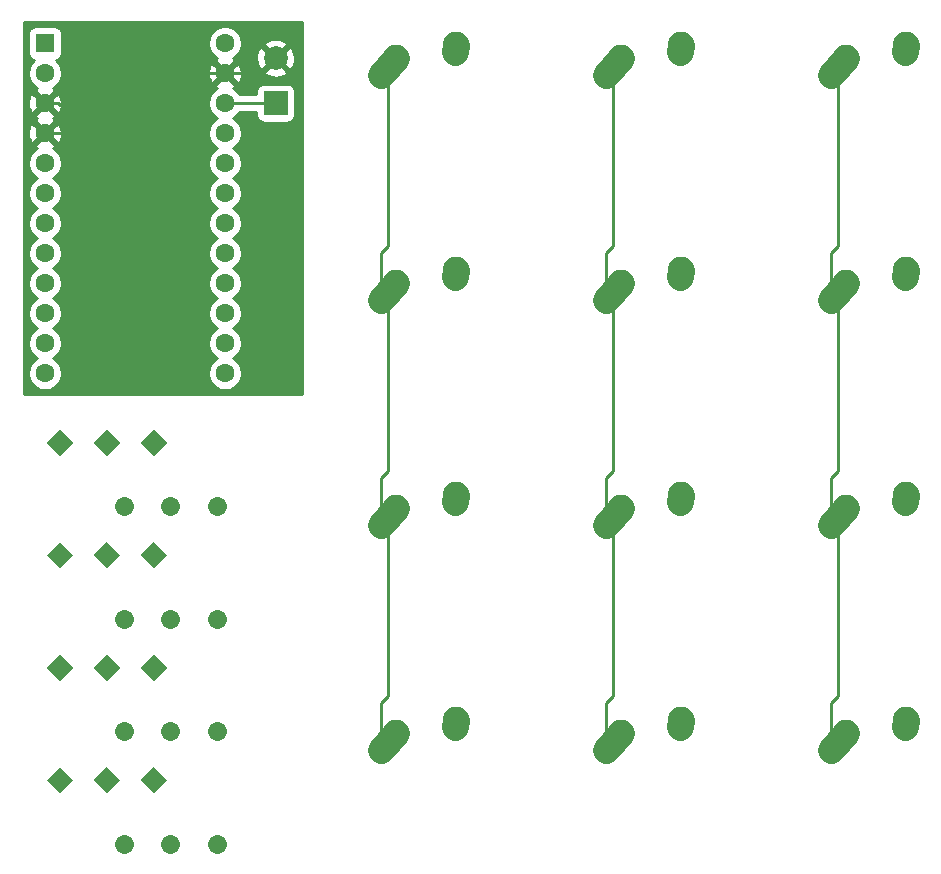
<source format=gbr>
G04 #@! TF.GenerationSoftware,KiCad,Pcbnew,(5.1.5)-3*
G04 #@! TF.CreationDate,2020-05-01T19:28:23-04:00*
G04 #@! TF.ProjectId,BookerBoard,426f6f6b-6572-4426-9f61-72642e6b6963,rev?*
G04 #@! TF.SameCoordinates,Original*
G04 #@! TF.FileFunction,Copper,L2,Bot*
G04 #@! TF.FilePolarity,Positive*
%FSLAX46Y46*%
G04 Gerber Fmt 4.6, Leading zero omitted, Abs format (unit mm)*
G04 Created by KiCad (PCBNEW (5.1.5)-3) date 2020-05-01 19:28:23*
%MOMM*%
%LPD*%
G04 APERTURE LIST*
%ADD10C,1.600000*%
%ADD11C,0.100000*%
%ADD12C,1.600000*%
%ADD13R,1.600000X1.600000*%
%ADD14C,2.250000*%
%ADD15C,2.250000*%
%ADD16C,1.998980*%
%ADD17R,1.998980X1.998980*%
%ADD18C,0.250000*%
%ADD19C,0.254000*%
G04 APERTURE END LIST*
D10*
X72856904Y-107781904D02*
X72856904Y-107781904D01*
G04 #@! TA.AperFunction,ComponentPad*
D11*
G36*
X66337379Y-102393750D02*
G01*
X67468750Y-101262379D01*
X68600121Y-102393750D01*
X67468750Y-103525121D01*
X66337379Y-102393750D01*
G37*
G04 #@! TD.AperFunction*
D12*
X73501250Y-40005000D03*
X73501250Y-42545000D03*
X73501250Y-45085000D03*
X73501250Y-47625000D03*
X73501250Y-50165000D03*
X73501250Y-52705000D03*
X73501250Y-55245000D03*
X73501250Y-57785000D03*
X73501250Y-60325000D03*
X73501250Y-62865000D03*
X73501250Y-65405000D03*
X73501250Y-67945000D03*
X58261250Y-67945000D03*
X58261250Y-65405000D03*
X58261250Y-62865000D03*
X58261250Y-60325000D03*
X58261250Y-57785000D03*
X58261250Y-55245000D03*
X58261250Y-52705000D03*
X58261250Y-50165000D03*
X58261250Y-47625000D03*
X58261250Y-45085000D03*
X58261250Y-42545000D03*
D13*
X58261250Y-40005000D03*
D14*
X126087500Y-98393750D03*
D15*
X124777500Y-99853750D02*
X126087502Y-98393750D01*
D14*
X131127500Y-97313750D03*
D15*
X131087500Y-97893750D02*
X131127500Y-97313750D01*
D14*
X126087500Y-79343750D03*
D15*
X124777500Y-80803750D02*
X126087502Y-79343750D01*
D14*
X131127500Y-78263750D03*
D15*
X131087500Y-78843750D02*
X131127500Y-78263750D01*
D14*
X126087500Y-60293750D03*
D15*
X124777500Y-61753750D02*
X126087502Y-60293750D01*
D14*
X131127500Y-59213750D03*
D15*
X131087500Y-59793750D02*
X131127500Y-59213750D01*
D14*
X126087500Y-41243750D03*
D15*
X124777500Y-42703750D02*
X126087502Y-41243750D01*
D14*
X131127500Y-40163750D03*
D15*
X131087500Y-40743750D02*
X131127500Y-40163750D01*
D14*
X107037500Y-98393750D03*
D15*
X105727500Y-99853750D02*
X107037502Y-98393750D01*
D14*
X112077500Y-97313750D03*
D15*
X112037500Y-97893750D02*
X112077500Y-97313750D01*
D14*
X107037500Y-79343750D03*
D15*
X105727500Y-80803750D02*
X107037502Y-79343750D01*
D14*
X112077500Y-78263750D03*
D15*
X112037500Y-78843750D02*
X112077500Y-78263750D01*
D14*
X107037500Y-60293750D03*
D15*
X105727500Y-61753750D02*
X107037502Y-60293750D01*
D14*
X112077500Y-59213750D03*
D15*
X112037500Y-59793750D02*
X112077500Y-59213750D01*
D14*
X107037500Y-41243750D03*
D15*
X105727500Y-42703750D02*
X107037502Y-41243750D01*
D14*
X112077500Y-40163750D03*
D15*
X112037500Y-40743750D02*
X112077500Y-40163750D01*
D14*
X87987500Y-98393750D03*
D15*
X86677500Y-99853750D02*
X87987502Y-98393750D01*
D14*
X93027500Y-97313750D03*
D15*
X92987500Y-97893750D02*
X93027500Y-97313750D01*
D14*
X87987500Y-79343750D03*
D15*
X86677500Y-80803750D02*
X87987502Y-79343750D01*
D14*
X93027500Y-78263750D03*
D15*
X92987500Y-78843750D02*
X93027500Y-78263750D01*
D14*
X87987500Y-60293750D03*
D15*
X86677500Y-61753750D02*
X87987502Y-60293750D01*
D14*
X93027500Y-59213750D03*
D15*
X92987500Y-59793750D02*
X93027500Y-59213750D01*
D14*
X87987500Y-41243750D03*
D15*
X86677500Y-42703750D02*
X87987502Y-41243750D01*
D14*
X93027500Y-40163750D03*
D15*
X92987500Y-40743750D02*
X93027500Y-40163750D01*
D16*
X77787500Y-41275000D03*
D17*
X77787500Y-45085000D03*
D10*
X72856904Y-98256904D02*
X72856904Y-98256904D01*
G04 #@! TA.AperFunction,ComponentPad*
D11*
G36*
X66337379Y-92868750D02*
G01*
X67468750Y-91737379D01*
X68600121Y-92868750D01*
X67468750Y-94000121D01*
X66337379Y-92868750D01*
G37*
G04 #@! TD.AperFunction*
D10*
X72856904Y-88731904D02*
X72856904Y-88731904D01*
G04 #@! TA.AperFunction,ComponentPad*
D11*
G36*
X66337379Y-83343750D02*
G01*
X67468750Y-82212379D01*
X68600121Y-83343750D01*
X67468750Y-84475121D01*
X66337379Y-83343750D01*
G37*
G04 #@! TD.AperFunction*
D10*
X72856904Y-79206904D02*
X72856904Y-79206904D01*
G04 #@! TA.AperFunction,ComponentPad*
D11*
G36*
X66337379Y-73818750D02*
G01*
X67468750Y-72687379D01*
X68600121Y-73818750D01*
X67468750Y-74950121D01*
X66337379Y-73818750D01*
G37*
G04 #@! TD.AperFunction*
D10*
X68888154Y-107781904D02*
X68888154Y-107781904D01*
G04 #@! TA.AperFunction,ComponentPad*
D11*
G36*
X62368629Y-102393750D02*
G01*
X63500000Y-101262379D01*
X64631371Y-102393750D01*
X63500000Y-103525121D01*
X62368629Y-102393750D01*
G37*
G04 #@! TD.AperFunction*
D10*
X68888154Y-98256904D02*
X68888154Y-98256904D01*
G04 #@! TA.AperFunction,ComponentPad*
D11*
G36*
X62368629Y-92868750D02*
G01*
X63500000Y-91737379D01*
X64631371Y-92868750D01*
X63500000Y-94000121D01*
X62368629Y-92868750D01*
G37*
G04 #@! TD.AperFunction*
D10*
X68888154Y-88731904D02*
X68888154Y-88731904D01*
G04 #@! TA.AperFunction,ComponentPad*
D11*
G36*
X62368629Y-83343750D02*
G01*
X63500000Y-82212379D01*
X64631371Y-83343750D01*
X63500000Y-84475121D01*
X62368629Y-83343750D01*
G37*
G04 #@! TD.AperFunction*
D10*
X68888154Y-79206904D02*
X68888154Y-79206904D01*
G04 #@! TA.AperFunction,ComponentPad*
D11*
G36*
X62368629Y-73818750D02*
G01*
X63500000Y-72687379D01*
X64631371Y-73818750D01*
X63500000Y-74950121D01*
X62368629Y-73818750D01*
G37*
G04 #@! TD.AperFunction*
D10*
X64919404Y-107781904D02*
X64919404Y-107781904D01*
G04 #@! TA.AperFunction,ComponentPad*
D11*
G36*
X58399879Y-102393750D02*
G01*
X59531250Y-101262379D01*
X60662621Y-102393750D01*
X59531250Y-103525121D01*
X58399879Y-102393750D01*
G37*
G04 #@! TD.AperFunction*
D10*
X64919404Y-98256904D02*
X64919404Y-98256904D01*
G04 #@! TA.AperFunction,ComponentPad*
D11*
G36*
X58399879Y-92868750D02*
G01*
X59531250Y-91737379D01*
X60662621Y-92868750D01*
X59531250Y-94000121D01*
X58399879Y-92868750D01*
G37*
G04 #@! TD.AperFunction*
D10*
X64919404Y-88731904D02*
X64919404Y-88731904D01*
G04 #@! TA.AperFunction,ComponentPad*
D11*
G36*
X58399879Y-83343750D02*
G01*
X59531250Y-82212379D01*
X60662621Y-83343750D01*
X59531250Y-84475121D01*
X58399879Y-83343750D01*
G37*
G04 #@! TD.AperFunction*
G04 #@! TA.AperFunction,ComponentPad*
G36*
X58399879Y-73818750D02*
G01*
X59531250Y-72687379D01*
X60662621Y-73818750D01*
X59531250Y-74950121D01*
X58399879Y-73818750D01*
G37*
G04 #@! TD.AperFunction*
D10*
X64919404Y-79206904D02*
X64919404Y-79206904D01*
D18*
X64919404Y-79206904D02*
X64919404Y-78749346D01*
X64919404Y-88731904D02*
X65255596Y-88731904D01*
X64919404Y-98256904D02*
X65255596Y-98256904D01*
X68888154Y-98256904D02*
X69224346Y-98256904D01*
X131762500Y-41418750D02*
X131087500Y-40743750D01*
X59392620Y-45085000D02*
X59531250Y-45223630D01*
X58261250Y-45085000D02*
X59392620Y-45085000D01*
X59531250Y-45223630D02*
X66654880Y-45223630D01*
X69333510Y-42545000D02*
X73501250Y-42545000D01*
X66654880Y-45223630D02*
X69333510Y-42545000D01*
X76517500Y-42545000D02*
X77787500Y-41275000D01*
X73501250Y-42545000D02*
X76517500Y-42545000D01*
X64293750Y-47625000D02*
X58261250Y-47625000D01*
X66654880Y-45263870D02*
X64293750Y-47625000D01*
X73501250Y-45085000D02*
X77787500Y-45085000D01*
X87312500Y-62388750D02*
X86677500Y-61753750D01*
X86677500Y-80803750D02*
X86677500Y-76835000D01*
X87312500Y-76200000D02*
X87312500Y-62388750D01*
X86677500Y-76835000D02*
X87312500Y-76200000D01*
X87312500Y-81438750D02*
X86677500Y-80803750D01*
X87312500Y-95250000D02*
X87312500Y-81438750D01*
X86677500Y-99853750D02*
X86677500Y-95885000D01*
X86677500Y-95885000D02*
X87312500Y-95250000D01*
X87312500Y-43338750D02*
X86677500Y-42703750D01*
X87312500Y-57150000D02*
X87312500Y-43338750D01*
X86677500Y-61753750D02*
X86677500Y-57785000D01*
X86677500Y-57785000D02*
X87312500Y-57150000D01*
X106362500Y-62388750D02*
X105727500Y-61753750D01*
X106362500Y-76200000D02*
X106362500Y-62388750D01*
X105727500Y-80803750D02*
X105727500Y-76835000D01*
X105727500Y-76835000D02*
X106362500Y-76200000D01*
X106362500Y-81438750D02*
X105727500Y-80803750D01*
X106362500Y-95250000D02*
X106362500Y-81438750D01*
X105727500Y-99853750D02*
X105727500Y-95885000D01*
X105727500Y-95885000D02*
X106362500Y-95250000D01*
X106362500Y-43338750D02*
X105727500Y-42703750D01*
X105727500Y-61753750D02*
X105727500Y-57785000D01*
X106362500Y-57150000D02*
X106362500Y-43338750D01*
X105727500Y-57785000D02*
X106362500Y-57150000D01*
X125412500Y-62388750D02*
X124777500Y-61753750D01*
X124777500Y-80803750D02*
X124777500Y-76835000D01*
X125412500Y-76200000D02*
X125412500Y-62388750D01*
X124777500Y-76835000D02*
X125412500Y-76200000D01*
X125412500Y-81438750D02*
X124777500Y-80803750D01*
X125412500Y-95250000D02*
X125412500Y-81438750D01*
X124777500Y-99853750D02*
X124777500Y-95885000D01*
X124777500Y-95885000D02*
X125412500Y-95250000D01*
X125412500Y-43338750D02*
X124777500Y-42703750D01*
X125412500Y-57150000D02*
X125412500Y-43338750D01*
X124777500Y-61753750D02*
X124777500Y-57785000D01*
X124777500Y-57785000D02*
X125412500Y-57150000D01*
D19*
G36*
X80041750Y-69723000D02*
G01*
X56483250Y-69723000D01*
X56483250Y-50023665D01*
X56826250Y-50023665D01*
X56826250Y-50306335D01*
X56881397Y-50583574D01*
X56989570Y-50844727D01*
X57146613Y-51079759D01*
X57346491Y-51279637D01*
X57579009Y-51435000D01*
X57346491Y-51590363D01*
X57146613Y-51790241D01*
X56989570Y-52025273D01*
X56881397Y-52286426D01*
X56826250Y-52563665D01*
X56826250Y-52846335D01*
X56881397Y-53123574D01*
X56989570Y-53384727D01*
X57146613Y-53619759D01*
X57346491Y-53819637D01*
X57579009Y-53975000D01*
X57346491Y-54130363D01*
X57146613Y-54330241D01*
X56989570Y-54565273D01*
X56881397Y-54826426D01*
X56826250Y-55103665D01*
X56826250Y-55386335D01*
X56881397Y-55663574D01*
X56989570Y-55924727D01*
X57146613Y-56159759D01*
X57346491Y-56359637D01*
X57579009Y-56515000D01*
X57346491Y-56670363D01*
X57146613Y-56870241D01*
X56989570Y-57105273D01*
X56881397Y-57366426D01*
X56826250Y-57643665D01*
X56826250Y-57926335D01*
X56881397Y-58203574D01*
X56989570Y-58464727D01*
X57146613Y-58699759D01*
X57346491Y-58899637D01*
X57579009Y-59055000D01*
X57346491Y-59210363D01*
X57146613Y-59410241D01*
X56989570Y-59645273D01*
X56881397Y-59906426D01*
X56826250Y-60183665D01*
X56826250Y-60466335D01*
X56881397Y-60743574D01*
X56989570Y-61004727D01*
X57146613Y-61239759D01*
X57346491Y-61439637D01*
X57579009Y-61595000D01*
X57346491Y-61750363D01*
X57146613Y-61950241D01*
X56989570Y-62185273D01*
X56881397Y-62446426D01*
X56826250Y-62723665D01*
X56826250Y-63006335D01*
X56881397Y-63283574D01*
X56989570Y-63544727D01*
X57146613Y-63779759D01*
X57346491Y-63979637D01*
X57579009Y-64135000D01*
X57346491Y-64290363D01*
X57146613Y-64490241D01*
X56989570Y-64725273D01*
X56881397Y-64986426D01*
X56826250Y-65263665D01*
X56826250Y-65546335D01*
X56881397Y-65823574D01*
X56989570Y-66084727D01*
X57146613Y-66319759D01*
X57346491Y-66519637D01*
X57579009Y-66675000D01*
X57346491Y-66830363D01*
X57146613Y-67030241D01*
X56989570Y-67265273D01*
X56881397Y-67526426D01*
X56826250Y-67803665D01*
X56826250Y-68086335D01*
X56881397Y-68363574D01*
X56989570Y-68624727D01*
X57146613Y-68859759D01*
X57346491Y-69059637D01*
X57581523Y-69216680D01*
X57842676Y-69324853D01*
X58119915Y-69380000D01*
X58402585Y-69380000D01*
X58679824Y-69324853D01*
X58940977Y-69216680D01*
X59176009Y-69059637D01*
X59375887Y-68859759D01*
X59532930Y-68624727D01*
X59641103Y-68363574D01*
X59696250Y-68086335D01*
X59696250Y-67803665D01*
X59641103Y-67526426D01*
X59532930Y-67265273D01*
X59375887Y-67030241D01*
X59176009Y-66830363D01*
X58943491Y-66675000D01*
X59176009Y-66519637D01*
X59375887Y-66319759D01*
X59532930Y-66084727D01*
X59641103Y-65823574D01*
X59696250Y-65546335D01*
X59696250Y-65263665D01*
X59641103Y-64986426D01*
X59532930Y-64725273D01*
X59375887Y-64490241D01*
X59176009Y-64290363D01*
X58943491Y-64135000D01*
X59176009Y-63979637D01*
X59375887Y-63779759D01*
X59532930Y-63544727D01*
X59641103Y-63283574D01*
X59696250Y-63006335D01*
X59696250Y-62723665D01*
X59641103Y-62446426D01*
X59532930Y-62185273D01*
X59375887Y-61950241D01*
X59176009Y-61750363D01*
X58943491Y-61595000D01*
X59176009Y-61439637D01*
X59375887Y-61239759D01*
X59532930Y-61004727D01*
X59641103Y-60743574D01*
X59696250Y-60466335D01*
X59696250Y-60183665D01*
X59641103Y-59906426D01*
X59532930Y-59645273D01*
X59375887Y-59410241D01*
X59176009Y-59210363D01*
X58943491Y-59055000D01*
X59176009Y-58899637D01*
X59375887Y-58699759D01*
X59532930Y-58464727D01*
X59641103Y-58203574D01*
X59696250Y-57926335D01*
X59696250Y-57643665D01*
X59641103Y-57366426D01*
X59532930Y-57105273D01*
X59375887Y-56870241D01*
X59176009Y-56670363D01*
X58943491Y-56515000D01*
X59176009Y-56359637D01*
X59375887Y-56159759D01*
X59532930Y-55924727D01*
X59641103Y-55663574D01*
X59696250Y-55386335D01*
X59696250Y-55103665D01*
X59641103Y-54826426D01*
X59532930Y-54565273D01*
X59375887Y-54330241D01*
X59176009Y-54130363D01*
X58943491Y-53975000D01*
X59176009Y-53819637D01*
X59375887Y-53619759D01*
X59532930Y-53384727D01*
X59641103Y-53123574D01*
X59696250Y-52846335D01*
X59696250Y-52563665D01*
X59641103Y-52286426D01*
X59532930Y-52025273D01*
X59375887Y-51790241D01*
X59176009Y-51590363D01*
X58943491Y-51435000D01*
X59176009Y-51279637D01*
X59375887Y-51079759D01*
X59532930Y-50844727D01*
X59641103Y-50583574D01*
X59696250Y-50306335D01*
X59696250Y-50023665D01*
X59641103Y-49746426D01*
X59532930Y-49485273D01*
X59375887Y-49250241D01*
X59176009Y-49050363D01*
X58942122Y-48894085D01*
X59002764Y-48861671D01*
X59074347Y-48617702D01*
X58261250Y-47804605D01*
X57448153Y-48617702D01*
X57519736Y-48861671D01*
X57584242Y-48892194D01*
X57581523Y-48893320D01*
X57346491Y-49050363D01*
X57146613Y-49250241D01*
X56989570Y-49485273D01*
X56881397Y-49746426D01*
X56826250Y-50023665D01*
X56483250Y-50023665D01*
X56483250Y-47695512D01*
X56821033Y-47695512D01*
X56862463Y-47975130D01*
X56957647Y-48241292D01*
X57024579Y-48366514D01*
X57268548Y-48438097D01*
X58081645Y-47625000D01*
X58440855Y-47625000D01*
X59253952Y-48438097D01*
X59497921Y-48366514D01*
X59618821Y-48111004D01*
X59687550Y-47836816D01*
X59701467Y-47554488D01*
X59660037Y-47274870D01*
X59564853Y-47008708D01*
X59497921Y-46883486D01*
X59253952Y-46811903D01*
X58440855Y-47625000D01*
X58081645Y-47625000D01*
X57268548Y-46811903D01*
X57024579Y-46883486D01*
X56903679Y-47138996D01*
X56834950Y-47413184D01*
X56821033Y-47695512D01*
X56483250Y-47695512D01*
X56483250Y-46077702D01*
X57448153Y-46077702D01*
X57519736Y-46321671D01*
X57585886Y-46352971D01*
X57519736Y-46388329D01*
X57448153Y-46632298D01*
X58261250Y-47445395D01*
X59074347Y-46632298D01*
X59002764Y-46388329D01*
X58936614Y-46357029D01*
X59002764Y-46321671D01*
X59074347Y-46077702D01*
X58261250Y-45264605D01*
X57448153Y-46077702D01*
X56483250Y-46077702D01*
X56483250Y-45155512D01*
X56821033Y-45155512D01*
X56862463Y-45435130D01*
X56957647Y-45701292D01*
X57024579Y-45826514D01*
X57268548Y-45898097D01*
X58081645Y-45085000D01*
X58440855Y-45085000D01*
X59253952Y-45898097D01*
X59497921Y-45826514D01*
X59618821Y-45571004D01*
X59687550Y-45296816D01*
X59701467Y-45014488D01*
X59690974Y-44943665D01*
X72066250Y-44943665D01*
X72066250Y-45226335D01*
X72121397Y-45503574D01*
X72229570Y-45764727D01*
X72386613Y-45999759D01*
X72586491Y-46199637D01*
X72819009Y-46355000D01*
X72586491Y-46510363D01*
X72386613Y-46710241D01*
X72229570Y-46945273D01*
X72121397Y-47206426D01*
X72066250Y-47483665D01*
X72066250Y-47766335D01*
X72121397Y-48043574D01*
X72229570Y-48304727D01*
X72386613Y-48539759D01*
X72586491Y-48739637D01*
X72819009Y-48895000D01*
X72586491Y-49050363D01*
X72386613Y-49250241D01*
X72229570Y-49485273D01*
X72121397Y-49746426D01*
X72066250Y-50023665D01*
X72066250Y-50306335D01*
X72121397Y-50583574D01*
X72229570Y-50844727D01*
X72386613Y-51079759D01*
X72586491Y-51279637D01*
X72819009Y-51435000D01*
X72586491Y-51590363D01*
X72386613Y-51790241D01*
X72229570Y-52025273D01*
X72121397Y-52286426D01*
X72066250Y-52563665D01*
X72066250Y-52846335D01*
X72121397Y-53123574D01*
X72229570Y-53384727D01*
X72386613Y-53619759D01*
X72586491Y-53819637D01*
X72819009Y-53975000D01*
X72586491Y-54130363D01*
X72386613Y-54330241D01*
X72229570Y-54565273D01*
X72121397Y-54826426D01*
X72066250Y-55103665D01*
X72066250Y-55386335D01*
X72121397Y-55663574D01*
X72229570Y-55924727D01*
X72386613Y-56159759D01*
X72586491Y-56359637D01*
X72819009Y-56515000D01*
X72586491Y-56670363D01*
X72386613Y-56870241D01*
X72229570Y-57105273D01*
X72121397Y-57366426D01*
X72066250Y-57643665D01*
X72066250Y-57926335D01*
X72121397Y-58203574D01*
X72229570Y-58464727D01*
X72386613Y-58699759D01*
X72586491Y-58899637D01*
X72819009Y-59055000D01*
X72586491Y-59210363D01*
X72386613Y-59410241D01*
X72229570Y-59645273D01*
X72121397Y-59906426D01*
X72066250Y-60183665D01*
X72066250Y-60466335D01*
X72121397Y-60743574D01*
X72229570Y-61004727D01*
X72386613Y-61239759D01*
X72586491Y-61439637D01*
X72819009Y-61595000D01*
X72586491Y-61750363D01*
X72386613Y-61950241D01*
X72229570Y-62185273D01*
X72121397Y-62446426D01*
X72066250Y-62723665D01*
X72066250Y-63006335D01*
X72121397Y-63283574D01*
X72229570Y-63544727D01*
X72386613Y-63779759D01*
X72586491Y-63979637D01*
X72819009Y-64135000D01*
X72586491Y-64290363D01*
X72386613Y-64490241D01*
X72229570Y-64725273D01*
X72121397Y-64986426D01*
X72066250Y-65263665D01*
X72066250Y-65546335D01*
X72121397Y-65823574D01*
X72229570Y-66084727D01*
X72386613Y-66319759D01*
X72586491Y-66519637D01*
X72819009Y-66675000D01*
X72586491Y-66830363D01*
X72386613Y-67030241D01*
X72229570Y-67265273D01*
X72121397Y-67526426D01*
X72066250Y-67803665D01*
X72066250Y-68086335D01*
X72121397Y-68363574D01*
X72229570Y-68624727D01*
X72386613Y-68859759D01*
X72586491Y-69059637D01*
X72821523Y-69216680D01*
X73082676Y-69324853D01*
X73359915Y-69380000D01*
X73642585Y-69380000D01*
X73919824Y-69324853D01*
X74180977Y-69216680D01*
X74416009Y-69059637D01*
X74615887Y-68859759D01*
X74772930Y-68624727D01*
X74881103Y-68363574D01*
X74936250Y-68086335D01*
X74936250Y-67803665D01*
X74881103Y-67526426D01*
X74772930Y-67265273D01*
X74615887Y-67030241D01*
X74416009Y-66830363D01*
X74183491Y-66675000D01*
X74416009Y-66519637D01*
X74615887Y-66319759D01*
X74772930Y-66084727D01*
X74881103Y-65823574D01*
X74936250Y-65546335D01*
X74936250Y-65263665D01*
X74881103Y-64986426D01*
X74772930Y-64725273D01*
X74615887Y-64490241D01*
X74416009Y-64290363D01*
X74183491Y-64135000D01*
X74416009Y-63979637D01*
X74615887Y-63779759D01*
X74772930Y-63544727D01*
X74881103Y-63283574D01*
X74936250Y-63006335D01*
X74936250Y-62723665D01*
X74881103Y-62446426D01*
X74772930Y-62185273D01*
X74615887Y-61950241D01*
X74416009Y-61750363D01*
X74183491Y-61595000D01*
X74416009Y-61439637D01*
X74615887Y-61239759D01*
X74772930Y-61004727D01*
X74881103Y-60743574D01*
X74936250Y-60466335D01*
X74936250Y-60183665D01*
X74881103Y-59906426D01*
X74772930Y-59645273D01*
X74615887Y-59410241D01*
X74416009Y-59210363D01*
X74183491Y-59055000D01*
X74416009Y-58899637D01*
X74615887Y-58699759D01*
X74772930Y-58464727D01*
X74881103Y-58203574D01*
X74936250Y-57926335D01*
X74936250Y-57643665D01*
X74881103Y-57366426D01*
X74772930Y-57105273D01*
X74615887Y-56870241D01*
X74416009Y-56670363D01*
X74183491Y-56515000D01*
X74416009Y-56359637D01*
X74615887Y-56159759D01*
X74772930Y-55924727D01*
X74881103Y-55663574D01*
X74936250Y-55386335D01*
X74936250Y-55103665D01*
X74881103Y-54826426D01*
X74772930Y-54565273D01*
X74615887Y-54330241D01*
X74416009Y-54130363D01*
X74183491Y-53975000D01*
X74416009Y-53819637D01*
X74615887Y-53619759D01*
X74772930Y-53384727D01*
X74881103Y-53123574D01*
X74936250Y-52846335D01*
X74936250Y-52563665D01*
X74881103Y-52286426D01*
X74772930Y-52025273D01*
X74615887Y-51790241D01*
X74416009Y-51590363D01*
X74183491Y-51435000D01*
X74416009Y-51279637D01*
X74615887Y-51079759D01*
X74772930Y-50844727D01*
X74881103Y-50583574D01*
X74936250Y-50306335D01*
X74936250Y-50023665D01*
X74881103Y-49746426D01*
X74772930Y-49485273D01*
X74615887Y-49250241D01*
X74416009Y-49050363D01*
X74183491Y-48895000D01*
X74416009Y-48739637D01*
X74615887Y-48539759D01*
X74772930Y-48304727D01*
X74881103Y-48043574D01*
X74936250Y-47766335D01*
X74936250Y-47483665D01*
X74881103Y-47206426D01*
X74772930Y-46945273D01*
X74615887Y-46710241D01*
X74416009Y-46510363D01*
X74183491Y-46355000D01*
X74416009Y-46199637D01*
X74615887Y-45999759D01*
X74719293Y-45845000D01*
X76149938Y-45845000D01*
X76149938Y-46084490D01*
X76162198Y-46208972D01*
X76198508Y-46328670D01*
X76257473Y-46438984D01*
X76336825Y-46535675D01*
X76433516Y-46615027D01*
X76543830Y-46673992D01*
X76663528Y-46710302D01*
X76788010Y-46722562D01*
X78786990Y-46722562D01*
X78911472Y-46710302D01*
X79031170Y-46673992D01*
X79141484Y-46615027D01*
X79238175Y-46535675D01*
X79317527Y-46438984D01*
X79376492Y-46328670D01*
X79412802Y-46208972D01*
X79425062Y-46084490D01*
X79425062Y-44085510D01*
X79412802Y-43961028D01*
X79376492Y-43841330D01*
X79317527Y-43731016D01*
X79238175Y-43634325D01*
X79141484Y-43554973D01*
X79031170Y-43496008D01*
X78911472Y-43459698D01*
X78786990Y-43447438D01*
X76788010Y-43447438D01*
X76663528Y-43459698D01*
X76543830Y-43496008D01*
X76433516Y-43554973D01*
X76336825Y-43634325D01*
X76257473Y-43731016D01*
X76198508Y-43841330D01*
X76162198Y-43961028D01*
X76149938Y-44085510D01*
X76149938Y-44325000D01*
X74719293Y-44325000D01*
X74615887Y-44170241D01*
X74416009Y-43970363D01*
X74182122Y-43814085D01*
X74242764Y-43781671D01*
X74314347Y-43537702D01*
X73501250Y-42724605D01*
X72688153Y-43537702D01*
X72759736Y-43781671D01*
X72824242Y-43812194D01*
X72821523Y-43813320D01*
X72586491Y-43970363D01*
X72386613Y-44170241D01*
X72229570Y-44405273D01*
X72121397Y-44666426D01*
X72066250Y-44943665D01*
X59690974Y-44943665D01*
X59660037Y-44734870D01*
X59564853Y-44468708D01*
X59497921Y-44343486D01*
X59253952Y-44271903D01*
X58440855Y-45085000D01*
X58081645Y-45085000D01*
X57268548Y-44271903D01*
X57024579Y-44343486D01*
X56903679Y-44598996D01*
X56834950Y-44873184D01*
X56821033Y-45155512D01*
X56483250Y-45155512D01*
X56483250Y-39205000D01*
X56823178Y-39205000D01*
X56823178Y-40805000D01*
X56835438Y-40929482D01*
X56871748Y-41049180D01*
X56930713Y-41159494D01*
X57010065Y-41256185D01*
X57106756Y-41335537D01*
X57217070Y-41394502D01*
X57336768Y-41430812D01*
X57345211Y-41431643D01*
X57146613Y-41630241D01*
X56989570Y-41865273D01*
X56881397Y-42126426D01*
X56826250Y-42403665D01*
X56826250Y-42686335D01*
X56881397Y-42963574D01*
X56989570Y-43224727D01*
X57146613Y-43459759D01*
X57346491Y-43659637D01*
X57580378Y-43815915D01*
X57519736Y-43848329D01*
X57448153Y-44092298D01*
X58261250Y-44905395D01*
X59074347Y-44092298D01*
X59002764Y-43848329D01*
X58938258Y-43817806D01*
X58940977Y-43816680D01*
X59176009Y-43659637D01*
X59375887Y-43459759D01*
X59532930Y-43224727D01*
X59641103Y-42963574D01*
X59696250Y-42686335D01*
X59696250Y-42615512D01*
X72061033Y-42615512D01*
X72102463Y-42895130D01*
X72197647Y-43161292D01*
X72264579Y-43286514D01*
X72508548Y-43358097D01*
X73321645Y-42545000D01*
X73680855Y-42545000D01*
X74493952Y-43358097D01*
X74737921Y-43286514D01*
X74858821Y-43031004D01*
X74927550Y-42756816D01*
X74941467Y-42474488D01*
X74931920Y-42410050D01*
X76832055Y-42410050D01*
X76927758Y-42674399D01*
X77217287Y-42815238D01*
X77528729Y-42896885D01*
X77850115Y-42916205D01*
X78169095Y-42872454D01*
X78473411Y-42767314D01*
X78647242Y-42674399D01*
X78742945Y-42410050D01*
X77787500Y-41454605D01*
X76832055Y-42410050D01*
X74931920Y-42410050D01*
X74900037Y-42194870D01*
X74804853Y-41928708D01*
X74737921Y-41803486D01*
X74493952Y-41731903D01*
X73680855Y-42545000D01*
X73321645Y-42545000D01*
X72508548Y-41731903D01*
X72264579Y-41803486D01*
X72143679Y-42058996D01*
X72074950Y-42333184D01*
X72061033Y-42615512D01*
X59696250Y-42615512D01*
X59696250Y-42403665D01*
X59641103Y-42126426D01*
X59532930Y-41865273D01*
X59375887Y-41630241D01*
X59177289Y-41431643D01*
X59185732Y-41430812D01*
X59305430Y-41394502D01*
X59415744Y-41335537D01*
X59512435Y-41256185D01*
X59591787Y-41159494D01*
X59650752Y-41049180D01*
X59687062Y-40929482D01*
X59699322Y-40805000D01*
X59699322Y-39863665D01*
X72066250Y-39863665D01*
X72066250Y-40146335D01*
X72121397Y-40423574D01*
X72229570Y-40684727D01*
X72386613Y-40919759D01*
X72586491Y-41119637D01*
X72820378Y-41275915D01*
X72759736Y-41308329D01*
X72688153Y-41552298D01*
X73501250Y-42365395D01*
X74314347Y-41552298D01*
X74251357Y-41337615D01*
X76146295Y-41337615D01*
X76190046Y-41656595D01*
X76295186Y-41960911D01*
X76388101Y-42134742D01*
X76652450Y-42230445D01*
X77607895Y-41275000D01*
X77967105Y-41275000D01*
X78922550Y-42230445D01*
X79186899Y-42134742D01*
X79327738Y-41845213D01*
X79409385Y-41533771D01*
X79428705Y-41212385D01*
X79384954Y-40893405D01*
X79279814Y-40589089D01*
X79186899Y-40415258D01*
X78922550Y-40319555D01*
X77967105Y-41275000D01*
X77607895Y-41275000D01*
X76652450Y-40319555D01*
X76388101Y-40415258D01*
X76247262Y-40704787D01*
X76165615Y-41016229D01*
X76146295Y-41337615D01*
X74251357Y-41337615D01*
X74242764Y-41308329D01*
X74178258Y-41277806D01*
X74180977Y-41276680D01*
X74416009Y-41119637D01*
X74615887Y-40919759D01*
X74772930Y-40684727D01*
X74881103Y-40423574D01*
X74936250Y-40146335D01*
X74936250Y-40139950D01*
X76832055Y-40139950D01*
X77787500Y-41095395D01*
X78742945Y-40139950D01*
X78647242Y-39875601D01*
X78357713Y-39734762D01*
X78046271Y-39653115D01*
X77724885Y-39633795D01*
X77405905Y-39677546D01*
X77101589Y-39782686D01*
X76927758Y-39875601D01*
X76832055Y-40139950D01*
X74936250Y-40139950D01*
X74936250Y-39863665D01*
X74881103Y-39586426D01*
X74772930Y-39325273D01*
X74615887Y-39090241D01*
X74416009Y-38890363D01*
X74180977Y-38733320D01*
X73919824Y-38625147D01*
X73642585Y-38570000D01*
X73359915Y-38570000D01*
X73082676Y-38625147D01*
X72821523Y-38733320D01*
X72586491Y-38890363D01*
X72386613Y-39090241D01*
X72229570Y-39325273D01*
X72121397Y-39586426D01*
X72066250Y-39863665D01*
X59699322Y-39863665D01*
X59699322Y-39205000D01*
X59687062Y-39080518D01*
X59650752Y-38960820D01*
X59591787Y-38850506D01*
X59512435Y-38753815D01*
X59415744Y-38674463D01*
X59305430Y-38615498D01*
X59185732Y-38579188D01*
X59061250Y-38566928D01*
X57461250Y-38566928D01*
X57336768Y-38579188D01*
X57217070Y-38615498D01*
X57106756Y-38674463D01*
X57010065Y-38753815D01*
X56930713Y-38850506D01*
X56871748Y-38960820D01*
X56835438Y-39080518D01*
X56823178Y-39205000D01*
X56483250Y-39205000D01*
X56483250Y-38227000D01*
X80041750Y-38227000D01*
X80041750Y-69723000D01*
G37*
X80041750Y-69723000D02*
X56483250Y-69723000D01*
X56483250Y-50023665D01*
X56826250Y-50023665D01*
X56826250Y-50306335D01*
X56881397Y-50583574D01*
X56989570Y-50844727D01*
X57146613Y-51079759D01*
X57346491Y-51279637D01*
X57579009Y-51435000D01*
X57346491Y-51590363D01*
X57146613Y-51790241D01*
X56989570Y-52025273D01*
X56881397Y-52286426D01*
X56826250Y-52563665D01*
X56826250Y-52846335D01*
X56881397Y-53123574D01*
X56989570Y-53384727D01*
X57146613Y-53619759D01*
X57346491Y-53819637D01*
X57579009Y-53975000D01*
X57346491Y-54130363D01*
X57146613Y-54330241D01*
X56989570Y-54565273D01*
X56881397Y-54826426D01*
X56826250Y-55103665D01*
X56826250Y-55386335D01*
X56881397Y-55663574D01*
X56989570Y-55924727D01*
X57146613Y-56159759D01*
X57346491Y-56359637D01*
X57579009Y-56515000D01*
X57346491Y-56670363D01*
X57146613Y-56870241D01*
X56989570Y-57105273D01*
X56881397Y-57366426D01*
X56826250Y-57643665D01*
X56826250Y-57926335D01*
X56881397Y-58203574D01*
X56989570Y-58464727D01*
X57146613Y-58699759D01*
X57346491Y-58899637D01*
X57579009Y-59055000D01*
X57346491Y-59210363D01*
X57146613Y-59410241D01*
X56989570Y-59645273D01*
X56881397Y-59906426D01*
X56826250Y-60183665D01*
X56826250Y-60466335D01*
X56881397Y-60743574D01*
X56989570Y-61004727D01*
X57146613Y-61239759D01*
X57346491Y-61439637D01*
X57579009Y-61595000D01*
X57346491Y-61750363D01*
X57146613Y-61950241D01*
X56989570Y-62185273D01*
X56881397Y-62446426D01*
X56826250Y-62723665D01*
X56826250Y-63006335D01*
X56881397Y-63283574D01*
X56989570Y-63544727D01*
X57146613Y-63779759D01*
X57346491Y-63979637D01*
X57579009Y-64135000D01*
X57346491Y-64290363D01*
X57146613Y-64490241D01*
X56989570Y-64725273D01*
X56881397Y-64986426D01*
X56826250Y-65263665D01*
X56826250Y-65546335D01*
X56881397Y-65823574D01*
X56989570Y-66084727D01*
X57146613Y-66319759D01*
X57346491Y-66519637D01*
X57579009Y-66675000D01*
X57346491Y-66830363D01*
X57146613Y-67030241D01*
X56989570Y-67265273D01*
X56881397Y-67526426D01*
X56826250Y-67803665D01*
X56826250Y-68086335D01*
X56881397Y-68363574D01*
X56989570Y-68624727D01*
X57146613Y-68859759D01*
X57346491Y-69059637D01*
X57581523Y-69216680D01*
X57842676Y-69324853D01*
X58119915Y-69380000D01*
X58402585Y-69380000D01*
X58679824Y-69324853D01*
X58940977Y-69216680D01*
X59176009Y-69059637D01*
X59375887Y-68859759D01*
X59532930Y-68624727D01*
X59641103Y-68363574D01*
X59696250Y-68086335D01*
X59696250Y-67803665D01*
X59641103Y-67526426D01*
X59532930Y-67265273D01*
X59375887Y-67030241D01*
X59176009Y-66830363D01*
X58943491Y-66675000D01*
X59176009Y-66519637D01*
X59375887Y-66319759D01*
X59532930Y-66084727D01*
X59641103Y-65823574D01*
X59696250Y-65546335D01*
X59696250Y-65263665D01*
X59641103Y-64986426D01*
X59532930Y-64725273D01*
X59375887Y-64490241D01*
X59176009Y-64290363D01*
X58943491Y-64135000D01*
X59176009Y-63979637D01*
X59375887Y-63779759D01*
X59532930Y-63544727D01*
X59641103Y-63283574D01*
X59696250Y-63006335D01*
X59696250Y-62723665D01*
X59641103Y-62446426D01*
X59532930Y-62185273D01*
X59375887Y-61950241D01*
X59176009Y-61750363D01*
X58943491Y-61595000D01*
X59176009Y-61439637D01*
X59375887Y-61239759D01*
X59532930Y-61004727D01*
X59641103Y-60743574D01*
X59696250Y-60466335D01*
X59696250Y-60183665D01*
X59641103Y-59906426D01*
X59532930Y-59645273D01*
X59375887Y-59410241D01*
X59176009Y-59210363D01*
X58943491Y-59055000D01*
X59176009Y-58899637D01*
X59375887Y-58699759D01*
X59532930Y-58464727D01*
X59641103Y-58203574D01*
X59696250Y-57926335D01*
X59696250Y-57643665D01*
X59641103Y-57366426D01*
X59532930Y-57105273D01*
X59375887Y-56870241D01*
X59176009Y-56670363D01*
X58943491Y-56515000D01*
X59176009Y-56359637D01*
X59375887Y-56159759D01*
X59532930Y-55924727D01*
X59641103Y-55663574D01*
X59696250Y-55386335D01*
X59696250Y-55103665D01*
X59641103Y-54826426D01*
X59532930Y-54565273D01*
X59375887Y-54330241D01*
X59176009Y-54130363D01*
X58943491Y-53975000D01*
X59176009Y-53819637D01*
X59375887Y-53619759D01*
X59532930Y-53384727D01*
X59641103Y-53123574D01*
X59696250Y-52846335D01*
X59696250Y-52563665D01*
X59641103Y-52286426D01*
X59532930Y-52025273D01*
X59375887Y-51790241D01*
X59176009Y-51590363D01*
X58943491Y-51435000D01*
X59176009Y-51279637D01*
X59375887Y-51079759D01*
X59532930Y-50844727D01*
X59641103Y-50583574D01*
X59696250Y-50306335D01*
X59696250Y-50023665D01*
X59641103Y-49746426D01*
X59532930Y-49485273D01*
X59375887Y-49250241D01*
X59176009Y-49050363D01*
X58942122Y-48894085D01*
X59002764Y-48861671D01*
X59074347Y-48617702D01*
X58261250Y-47804605D01*
X57448153Y-48617702D01*
X57519736Y-48861671D01*
X57584242Y-48892194D01*
X57581523Y-48893320D01*
X57346491Y-49050363D01*
X57146613Y-49250241D01*
X56989570Y-49485273D01*
X56881397Y-49746426D01*
X56826250Y-50023665D01*
X56483250Y-50023665D01*
X56483250Y-47695512D01*
X56821033Y-47695512D01*
X56862463Y-47975130D01*
X56957647Y-48241292D01*
X57024579Y-48366514D01*
X57268548Y-48438097D01*
X58081645Y-47625000D01*
X58440855Y-47625000D01*
X59253952Y-48438097D01*
X59497921Y-48366514D01*
X59618821Y-48111004D01*
X59687550Y-47836816D01*
X59701467Y-47554488D01*
X59660037Y-47274870D01*
X59564853Y-47008708D01*
X59497921Y-46883486D01*
X59253952Y-46811903D01*
X58440855Y-47625000D01*
X58081645Y-47625000D01*
X57268548Y-46811903D01*
X57024579Y-46883486D01*
X56903679Y-47138996D01*
X56834950Y-47413184D01*
X56821033Y-47695512D01*
X56483250Y-47695512D01*
X56483250Y-46077702D01*
X57448153Y-46077702D01*
X57519736Y-46321671D01*
X57585886Y-46352971D01*
X57519736Y-46388329D01*
X57448153Y-46632298D01*
X58261250Y-47445395D01*
X59074347Y-46632298D01*
X59002764Y-46388329D01*
X58936614Y-46357029D01*
X59002764Y-46321671D01*
X59074347Y-46077702D01*
X58261250Y-45264605D01*
X57448153Y-46077702D01*
X56483250Y-46077702D01*
X56483250Y-45155512D01*
X56821033Y-45155512D01*
X56862463Y-45435130D01*
X56957647Y-45701292D01*
X57024579Y-45826514D01*
X57268548Y-45898097D01*
X58081645Y-45085000D01*
X58440855Y-45085000D01*
X59253952Y-45898097D01*
X59497921Y-45826514D01*
X59618821Y-45571004D01*
X59687550Y-45296816D01*
X59701467Y-45014488D01*
X59690974Y-44943665D01*
X72066250Y-44943665D01*
X72066250Y-45226335D01*
X72121397Y-45503574D01*
X72229570Y-45764727D01*
X72386613Y-45999759D01*
X72586491Y-46199637D01*
X72819009Y-46355000D01*
X72586491Y-46510363D01*
X72386613Y-46710241D01*
X72229570Y-46945273D01*
X72121397Y-47206426D01*
X72066250Y-47483665D01*
X72066250Y-47766335D01*
X72121397Y-48043574D01*
X72229570Y-48304727D01*
X72386613Y-48539759D01*
X72586491Y-48739637D01*
X72819009Y-48895000D01*
X72586491Y-49050363D01*
X72386613Y-49250241D01*
X72229570Y-49485273D01*
X72121397Y-49746426D01*
X72066250Y-50023665D01*
X72066250Y-50306335D01*
X72121397Y-50583574D01*
X72229570Y-50844727D01*
X72386613Y-51079759D01*
X72586491Y-51279637D01*
X72819009Y-51435000D01*
X72586491Y-51590363D01*
X72386613Y-51790241D01*
X72229570Y-52025273D01*
X72121397Y-52286426D01*
X72066250Y-52563665D01*
X72066250Y-52846335D01*
X72121397Y-53123574D01*
X72229570Y-53384727D01*
X72386613Y-53619759D01*
X72586491Y-53819637D01*
X72819009Y-53975000D01*
X72586491Y-54130363D01*
X72386613Y-54330241D01*
X72229570Y-54565273D01*
X72121397Y-54826426D01*
X72066250Y-55103665D01*
X72066250Y-55386335D01*
X72121397Y-55663574D01*
X72229570Y-55924727D01*
X72386613Y-56159759D01*
X72586491Y-56359637D01*
X72819009Y-56515000D01*
X72586491Y-56670363D01*
X72386613Y-56870241D01*
X72229570Y-57105273D01*
X72121397Y-57366426D01*
X72066250Y-57643665D01*
X72066250Y-57926335D01*
X72121397Y-58203574D01*
X72229570Y-58464727D01*
X72386613Y-58699759D01*
X72586491Y-58899637D01*
X72819009Y-59055000D01*
X72586491Y-59210363D01*
X72386613Y-59410241D01*
X72229570Y-59645273D01*
X72121397Y-59906426D01*
X72066250Y-60183665D01*
X72066250Y-60466335D01*
X72121397Y-60743574D01*
X72229570Y-61004727D01*
X72386613Y-61239759D01*
X72586491Y-61439637D01*
X72819009Y-61595000D01*
X72586491Y-61750363D01*
X72386613Y-61950241D01*
X72229570Y-62185273D01*
X72121397Y-62446426D01*
X72066250Y-62723665D01*
X72066250Y-63006335D01*
X72121397Y-63283574D01*
X72229570Y-63544727D01*
X72386613Y-63779759D01*
X72586491Y-63979637D01*
X72819009Y-64135000D01*
X72586491Y-64290363D01*
X72386613Y-64490241D01*
X72229570Y-64725273D01*
X72121397Y-64986426D01*
X72066250Y-65263665D01*
X72066250Y-65546335D01*
X72121397Y-65823574D01*
X72229570Y-66084727D01*
X72386613Y-66319759D01*
X72586491Y-66519637D01*
X72819009Y-66675000D01*
X72586491Y-66830363D01*
X72386613Y-67030241D01*
X72229570Y-67265273D01*
X72121397Y-67526426D01*
X72066250Y-67803665D01*
X72066250Y-68086335D01*
X72121397Y-68363574D01*
X72229570Y-68624727D01*
X72386613Y-68859759D01*
X72586491Y-69059637D01*
X72821523Y-69216680D01*
X73082676Y-69324853D01*
X73359915Y-69380000D01*
X73642585Y-69380000D01*
X73919824Y-69324853D01*
X74180977Y-69216680D01*
X74416009Y-69059637D01*
X74615887Y-68859759D01*
X74772930Y-68624727D01*
X74881103Y-68363574D01*
X74936250Y-68086335D01*
X74936250Y-67803665D01*
X74881103Y-67526426D01*
X74772930Y-67265273D01*
X74615887Y-67030241D01*
X74416009Y-66830363D01*
X74183491Y-66675000D01*
X74416009Y-66519637D01*
X74615887Y-66319759D01*
X74772930Y-66084727D01*
X74881103Y-65823574D01*
X74936250Y-65546335D01*
X74936250Y-65263665D01*
X74881103Y-64986426D01*
X74772930Y-64725273D01*
X74615887Y-64490241D01*
X74416009Y-64290363D01*
X74183491Y-64135000D01*
X74416009Y-63979637D01*
X74615887Y-63779759D01*
X74772930Y-63544727D01*
X74881103Y-63283574D01*
X74936250Y-63006335D01*
X74936250Y-62723665D01*
X74881103Y-62446426D01*
X74772930Y-62185273D01*
X74615887Y-61950241D01*
X74416009Y-61750363D01*
X74183491Y-61595000D01*
X74416009Y-61439637D01*
X74615887Y-61239759D01*
X74772930Y-61004727D01*
X74881103Y-60743574D01*
X74936250Y-60466335D01*
X74936250Y-60183665D01*
X74881103Y-59906426D01*
X74772930Y-59645273D01*
X74615887Y-59410241D01*
X74416009Y-59210363D01*
X74183491Y-59055000D01*
X74416009Y-58899637D01*
X74615887Y-58699759D01*
X74772930Y-58464727D01*
X74881103Y-58203574D01*
X74936250Y-57926335D01*
X74936250Y-57643665D01*
X74881103Y-57366426D01*
X74772930Y-57105273D01*
X74615887Y-56870241D01*
X74416009Y-56670363D01*
X74183491Y-56515000D01*
X74416009Y-56359637D01*
X74615887Y-56159759D01*
X74772930Y-55924727D01*
X74881103Y-55663574D01*
X74936250Y-55386335D01*
X74936250Y-55103665D01*
X74881103Y-54826426D01*
X74772930Y-54565273D01*
X74615887Y-54330241D01*
X74416009Y-54130363D01*
X74183491Y-53975000D01*
X74416009Y-53819637D01*
X74615887Y-53619759D01*
X74772930Y-53384727D01*
X74881103Y-53123574D01*
X74936250Y-52846335D01*
X74936250Y-52563665D01*
X74881103Y-52286426D01*
X74772930Y-52025273D01*
X74615887Y-51790241D01*
X74416009Y-51590363D01*
X74183491Y-51435000D01*
X74416009Y-51279637D01*
X74615887Y-51079759D01*
X74772930Y-50844727D01*
X74881103Y-50583574D01*
X74936250Y-50306335D01*
X74936250Y-50023665D01*
X74881103Y-49746426D01*
X74772930Y-49485273D01*
X74615887Y-49250241D01*
X74416009Y-49050363D01*
X74183491Y-48895000D01*
X74416009Y-48739637D01*
X74615887Y-48539759D01*
X74772930Y-48304727D01*
X74881103Y-48043574D01*
X74936250Y-47766335D01*
X74936250Y-47483665D01*
X74881103Y-47206426D01*
X74772930Y-46945273D01*
X74615887Y-46710241D01*
X74416009Y-46510363D01*
X74183491Y-46355000D01*
X74416009Y-46199637D01*
X74615887Y-45999759D01*
X74719293Y-45845000D01*
X76149938Y-45845000D01*
X76149938Y-46084490D01*
X76162198Y-46208972D01*
X76198508Y-46328670D01*
X76257473Y-46438984D01*
X76336825Y-46535675D01*
X76433516Y-46615027D01*
X76543830Y-46673992D01*
X76663528Y-46710302D01*
X76788010Y-46722562D01*
X78786990Y-46722562D01*
X78911472Y-46710302D01*
X79031170Y-46673992D01*
X79141484Y-46615027D01*
X79238175Y-46535675D01*
X79317527Y-46438984D01*
X79376492Y-46328670D01*
X79412802Y-46208972D01*
X79425062Y-46084490D01*
X79425062Y-44085510D01*
X79412802Y-43961028D01*
X79376492Y-43841330D01*
X79317527Y-43731016D01*
X79238175Y-43634325D01*
X79141484Y-43554973D01*
X79031170Y-43496008D01*
X78911472Y-43459698D01*
X78786990Y-43447438D01*
X76788010Y-43447438D01*
X76663528Y-43459698D01*
X76543830Y-43496008D01*
X76433516Y-43554973D01*
X76336825Y-43634325D01*
X76257473Y-43731016D01*
X76198508Y-43841330D01*
X76162198Y-43961028D01*
X76149938Y-44085510D01*
X76149938Y-44325000D01*
X74719293Y-44325000D01*
X74615887Y-44170241D01*
X74416009Y-43970363D01*
X74182122Y-43814085D01*
X74242764Y-43781671D01*
X74314347Y-43537702D01*
X73501250Y-42724605D01*
X72688153Y-43537702D01*
X72759736Y-43781671D01*
X72824242Y-43812194D01*
X72821523Y-43813320D01*
X72586491Y-43970363D01*
X72386613Y-44170241D01*
X72229570Y-44405273D01*
X72121397Y-44666426D01*
X72066250Y-44943665D01*
X59690974Y-44943665D01*
X59660037Y-44734870D01*
X59564853Y-44468708D01*
X59497921Y-44343486D01*
X59253952Y-44271903D01*
X58440855Y-45085000D01*
X58081645Y-45085000D01*
X57268548Y-44271903D01*
X57024579Y-44343486D01*
X56903679Y-44598996D01*
X56834950Y-44873184D01*
X56821033Y-45155512D01*
X56483250Y-45155512D01*
X56483250Y-39205000D01*
X56823178Y-39205000D01*
X56823178Y-40805000D01*
X56835438Y-40929482D01*
X56871748Y-41049180D01*
X56930713Y-41159494D01*
X57010065Y-41256185D01*
X57106756Y-41335537D01*
X57217070Y-41394502D01*
X57336768Y-41430812D01*
X57345211Y-41431643D01*
X57146613Y-41630241D01*
X56989570Y-41865273D01*
X56881397Y-42126426D01*
X56826250Y-42403665D01*
X56826250Y-42686335D01*
X56881397Y-42963574D01*
X56989570Y-43224727D01*
X57146613Y-43459759D01*
X57346491Y-43659637D01*
X57580378Y-43815915D01*
X57519736Y-43848329D01*
X57448153Y-44092298D01*
X58261250Y-44905395D01*
X59074347Y-44092298D01*
X59002764Y-43848329D01*
X58938258Y-43817806D01*
X58940977Y-43816680D01*
X59176009Y-43659637D01*
X59375887Y-43459759D01*
X59532930Y-43224727D01*
X59641103Y-42963574D01*
X59696250Y-42686335D01*
X59696250Y-42615512D01*
X72061033Y-42615512D01*
X72102463Y-42895130D01*
X72197647Y-43161292D01*
X72264579Y-43286514D01*
X72508548Y-43358097D01*
X73321645Y-42545000D01*
X73680855Y-42545000D01*
X74493952Y-43358097D01*
X74737921Y-43286514D01*
X74858821Y-43031004D01*
X74927550Y-42756816D01*
X74941467Y-42474488D01*
X74931920Y-42410050D01*
X76832055Y-42410050D01*
X76927758Y-42674399D01*
X77217287Y-42815238D01*
X77528729Y-42896885D01*
X77850115Y-42916205D01*
X78169095Y-42872454D01*
X78473411Y-42767314D01*
X78647242Y-42674399D01*
X78742945Y-42410050D01*
X77787500Y-41454605D01*
X76832055Y-42410050D01*
X74931920Y-42410050D01*
X74900037Y-42194870D01*
X74804853Y-41928708D01*
X74737921Y-41803486D01*
X74493952Y-41731903D01*
X73680855Y-42545000D01*
X73321645Y-42545000D01*
X72508548Y-41731903D01*
X72264579Y-41803486D01*
X72143679Y-42058996D01*
X72074950Y-42333184D01*
X72061033Y-42615512D01*
X59696250Y-42615512D01*
X59696250Y-42403665D01*
X59641103Y-42126426D01*
X59532930Y-41865273D01*
X59375887Y-41630241D01*
X59177289Y-41431643D01*
X59185732Y-41430812D01*
X59305430Y-41394502D01*
X59415744Y-41335537D01*
X59512435Y-41256185D01*
X59591787Y-41159494D01*
X59650752Y-41049180D01*
X59687062Y-40929482D01*
X59699322Y-40805000D01*
X59699322Y-39863665D01*
X72066250Y-39863665D01*
X72066250Y-40146335D01*
X72121397Y-40423574D01*
X72229570Y-40684727D01*
X72386613Y-40919759D01*
X72586491Y-41119637D01*
X72820378Y-41275915D01*
X72759736Y-41308329D01*
X72688153Y-41552298D01*
X73501250Y-42365395D01*
X74314347Y-41552298D01*
X74251357Y-41337615D01*
X76146295Y-41337615D01*
X76190046Y-41656595D01*
X76295186Y-41960911D01*
X76388101Y-42134742D01*
X76652450Y-42230445D01*
X77607895Y-41275000D01*
X77967105Y-41275000D01*
X78922550Y-42230445D01*
X79186899Y-42134742D01*
X79327738Y-41845213D01*
X79409385Y-41533771D01*
X79428705Y-41212385D01*
X79384954Y-40893405D01*
X79279814Y-40589089D01*
X79186899Y-40415258D01*
X78922550Y-40319555D01*
X77967105Y-41275000D01*
X77607895Y-41275000D01*
X76652450Y-40319555D01*
X76388101Y-40415258D01*
X76247262Y-40704787D01*
X76165615Y-41016229D01*
X76146295Y-41337615D01*
X74251357Y-41337615D01*
X74242764Y-41308329D01*
X74178258Y-41277806D01*
X74180977Y-41276680D01*
X74416009Y-41119637D01*
X74615887Y-40919759D01*
X74772930Y-40684727D01*
X74881103Y-40423574D01*
X74936250Y-40146335D01*
X74936250Y-40139950D01*
X76832055Y-40139950D01*
X77787500Y-41095395D01*
X78742945Y-40139950D01*
X78647242Y-39875601D01*
X78357713Y-39734762D01*
X78046271Y-39653115D01*
X77724885Y-39633795D01*
X77405905Y-39677546D01*
X77101589Y-39782686D01*
X76927758Y-39875601D01*
X76832055Y-40139950D01*
X74936250Y-40139950D01*
X74936250Y-39863665D01*
X74881103Y-39586426D01*
X74772930Y-39325273D01*
X74615887Y-39090241D01*
X74416009Y-38890363D01*
X74180977Y-38733320D01*
X73919824Y-38625147D01*
X73642585Y-38570000D01*
X73359915Y-38570000D01*
X73082676Y-38625147D01*
X72821523Y-38733320D01*
X72586491Y-38890363D01*
X72386613Y-39090241D01*
X72229570Y-39325273D01*
X72121397Y-39586426D01*
X72066250Y-39863665D01*
X59699322Y-39863665D01*
X59699322Y-39205000D01*
X59687062Y-39080518D01*
X59650752Y-38960820D01*
X59591787Y-38850506D01*
X59512435Y-38753815D01*
X59415744Y-38674463D01*
X59305430Y-38615498D01*
X59185732Y-38579188D01*
X59061250Y-38566928D01*
X57461250Y-38566928D01*
X57336768Y-38579188D01*
X57217070Y-38615498D01*
X57106756Y-38674463D01*
X57010065Y-38753815D01*
X56930713Y-38850506D01*
X56871748Y-38960820D01*
X56835438Y-39080518D01*
X56823178Y-39205000D01*
X56483250Y-39205000D01*
X56483250Y-38227000D01*
X80041750Y-38227000D01*
X80041750Y-69723000D01*
M02*

</source>
